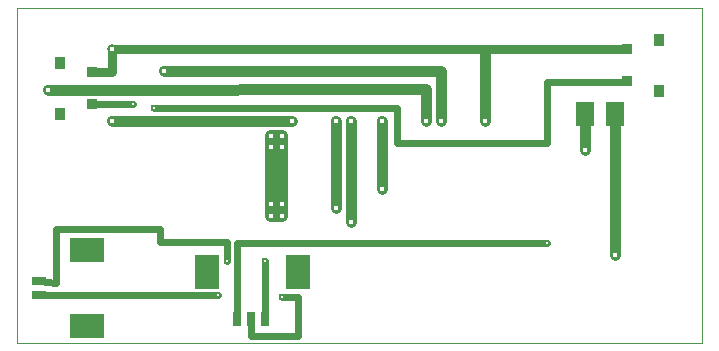
<source format=gbr>
%FSLAX34Y34*%
%MOMM*%
%LNCOPPER_TOP*%
G71*
G01*
%ADD10C, 0.00*%
%ADD11R, 1.50X2.00*%
%ADD12R, 0.90X0.90*%
%ADD13R, 0.90X1.10*%
%ADD14R, 3.00X2.10*%
%ADD15R, 1.30X0.80*%
%ADD16R, 2.10X3.00*%
%ADD17R, 0.80X1.30*%
%ADD18C, 1.00*%
%ADD19C, 0.90*%
%ADD20C, 0.90*%
%ADD21C, 0.60*%
%ADD22C, 0.60*%
%ADD23C, 0.80*%
%ADD24C, 0.80*%
%ADD25C, 2.00*%
%ADD26C, 0.40*%
%ADD27C, 0.30*%
%LPD*%
G54D10*
X-580000Y283000D02*
X0Y283000D01*
X0Y0D01*
X-580000Y0D01*
X-580000Y283000D01*
X-98959Y193205D02*
G54D11*
D03*
X-73959Y193205D02*
G54D11*
D03*
X-63931Y248214D02*
G54D12*
D03*
X-63931Y221214D02*
G54D12*
D03*
X-36931Y256214D02*
G54D13*
D03*
X-36931Y213214D02*
G54D13*
D03*
X-516601Y201948D02*
G54D12*
D03*
X-516601Y228948D02*
G54D12*
D03*
X-543601Y193948D02*
G54D13*
D03*
X-543601Y236948D02*
G54D13*
D03*
X-521092Y14466D02*
G54D14*
D03*
X-521092Y14466D02*
G54D14*
D03*
X-521091Y78466D02*
G54D14*
D03*
X-561092Y52466D02*
G54D15*
D03*
X-561092Y40466D02*
G54D15*
D03*
X-342000Y60000D02*
G54D16*
D03*
X-342000Y60000D02*
G54D16*
D03*
X-419000Y60000D02*
G54D16*
D03*
X-382000Y20000D02*
G54D17*
D03*
X-394000Y20000D02*
G54D17*
D03*
X-370000Y20000D02*
G54D17*
D03*
G54D18*
X-365000Y107000D02*
X-365000Y175000D01*
X-356000Y175000D01*
X-356000Y107000D01*
X-365000Y107000D01*
G54D19*
X-347000Y188000D02*
X-500000Y188000D01*
X-500000Y188000D02*
G54D20*
D03*
X-347000Y188000D02*
G54D20*
D03*
G54D19*
X-310000Y188000D02*
X-310000Y114000D01*
G54D19*
X-297000Y188000D02*
X-297000Y102000D01*
G54D21*
X-356000Y39000D02*
X-342000Y39000D01*
X-342000Y6000D01*
X-382000Y6000D01*
X-382000Y20000D01*
X-356000Y39000D02*
G54D22*
D03*
G54D19*
X-271000Y188000D02*
X-271000Y130000D01*
X-271000Y188000D02*
G54D20*
D03*
X-271000Y130000D02*
G54D20*
D03*
G54D23*
X-63931Y248214D02*
X-499786Y248214D01*
X-500000Y248000D01*
X-500000Y229000D01*
X-516549Y229000D01*
X-516601Y228948D01*
G54D19*
X-184000Y248000D02*
X-184000Y188000D01*
X-184000Y188000D02*
G54D20*
D03*
X-500000Y248428D02*
G54D24*
D03*
G54D19*
X-234000Y188000D02*
X-234000Y215000D01*
X-554000Y214000D01*
G54D19*
X-221000Y188000D02*
X-221000Y230000D01*
X-456000Y230000D01*
X-234000Y188000D02*
G54D20*
D03*
X-221000Y188000D02*
G54D20*
D03*
X-456000Y230000D02*
G54D20*
D03*
X-554000Y214000D02*
G54D20*
D03*
X-310000Y188000D02*
G54D20*
D03*
G54D19*
X-73959Y193205D02*
X-73959Y74041D01*
X-74000Y74000D01*
X-73959Y74041D02*
G54D20*
D03*
G54D19*
X-98959Y193205D02*
X-98959Y163041D01*
X-99000Y163000D01*
X-98959Y163041D02*
G54D20*
D03*
G54D21*
X-394000Y20000D02*
X-394000Y84000D01*
G54D21*
X-394000Y84000D02*
X-131000Y84000D01*
G54D21*
X-370000Y20000D02*
X-370000Y69000D01*
X-370000Y69000D02*
G54D22*
D03*
X-131000Y84000D02*
G54D22*
D03*
G54D21*
X-402000Y69000D02*
X-402000Y85000D01*
X-459000Y85000D01*
X-459000Y96000D01*
X-547000Y96000D01*
X-547000Y50375D01*
X-561092Y52466D01*
X-402000Y69000D02*
G54D22*
D03*
G54D21*
X-561092Y40466D02*
X-410000Y40000D01*
X-410000Y40000D02*
G54D22*
D03*
G54D21*
X-482000Y202000D02*
X-516601Y201948D01*
X-482000Y202000D02*
G54D22*
D03*
G54D21*
X-464000Y199000D02*
X-258000Y199000D01*
X-258000Y169000D01*
X-131000Y169000D01*
X-131000Y221000D01*
X-64145Y221000D01*
X-63931Y221214D01*
X-464000Y199000D02*
G54D22*
D03*
X-297000Y188000D02*
G54D20*
D03*
X-310000Y114000D02*
G54D20*
D03*
X-297000Y102000D02*
G54D20*
D03*
X-365000Y175000D02*
G54D20*
D03*
X-356000Y175000D02*
G54D20*
D03*
X-365000Y166000D02*
G54D20*
D03*
X-356000Y166000D02*
G54D20*
D03*
X-365000Y107000D02*
G54D20*
D03*
X-356000Y107000D02*
G54D20*
D03*
X-365000Y117000D02*
G54D20*
D03*
X-356000Y117000D02*
G54D20*
D03*
%LNAUGENFREISTANZEN*%
%LPC*%
X-395000Y110000D02*
G54D25*
D03*
X-186000Y110000D02*
G54D25*
D03*
X-500000Y188000D02*
G54D26*
D03*
X-347000Y188000D02*
G54D26*
D03*
X-356000Y39000D02*
G54D27*
D03*
X-271000Y188000D02*
G54D26*
D03*
X-271000Y130000D02*
G54D26*
D03*
X-184000Y188000D02*
G54D26*
D03*
X-500000Y248428D02*
G54D26*
D03*
X-234000Y188000D02*
G54D26*
D03*
X-221000Y188000D02*
G54D26*
D03*
X-456000Y230000D02*
G54D26*
D03*
X-554000Y214000D02*
G54D26*
D03*
X-310000Y188000D02*
G54D26*
D03*
X-73959Y74041D02*
G54D26*
D03*
X-98959Y163041D02*
G54D26*
D03*
X-370000Y69000D02*
G54D27*
D03*
X-131000Y84000D02*
G54D27*
D03*
X-402000Y69000D02*
G54D27*
D03*
X-410000Y40000D02*
G54D27*
D03*
X-482000Y202000D02*
G54D27*
D03*
X-464000Y199000D02*
G54D27*
D03*
X-297000Y188000D02*
G54D26*
D03*
X-310000Y114000D02*
G54D26*
D03*
X-297000Y102000D02*
G54D26*
D03*
X-365000Y175000D02*
G54D26*
D03*
X-356000Y175000D02*
G54D26*
D03*
X-365000Y166000D02*
G54D26*
D03*
X-356000Y166000D02*
G54D26*
D03*
X-365000Y107000D02*
G54D26*
D03*
X-356000Y107000D02*
G54D26*
D03*
X-365000Y117000D02*
G54D26*
D03*
X-356000Y117000D02*
G54D26*
D03*
M02*

</source>
